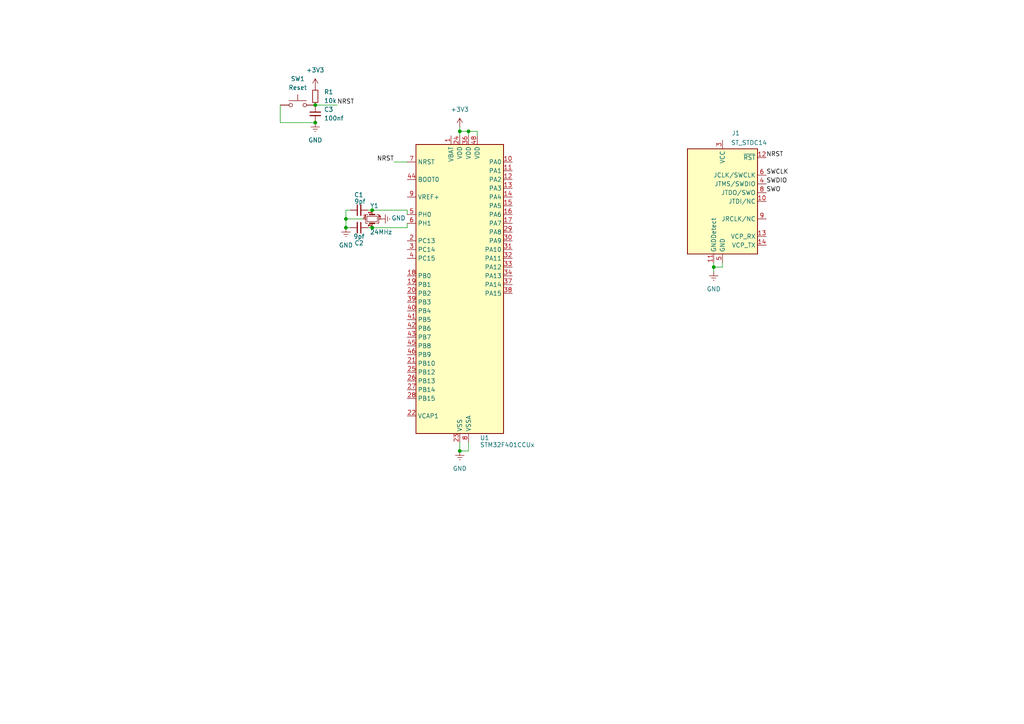
<source format=kicad_sch>
(kicad_sch (version 20231120) (generator "eeschema") (generator_version "8.0")
  (paper "A4")
  (lib_symbols
    (symbol "Connector:Conn_ST_STDC14"
      (property "Reference" "J" (at -8.89 16.51 0))
      (property "Value" "Conn_ST_STDC14" (at 17.78 16.51 0))
      (symbol "Conn_ST_STDC14_0_1"
        (rectangle (start -10.16 15.24) (end 10.16 -15.24) (stroke (width 0.254)) (fill (type background)))
      )
      (symbol "Conn_ST_STDC14_1_1"
        (pin no_connect line (at -10.16 5.08 0) (length 2.54) hide (name "NC") (number "1"))
        (pin output line (at 12.7 0 180) (length 2.54) (name "JTDI/NC") (number "10"))
        (pin passive line (at -2.54 -17.78 90) (length 2.54) (name "GNDDetect") (number "11"))
        (pin open_collector line (at 12.7 12.7 180) (length 2.54) (name "~{RST}") (number "12"))
        (pin output line (at 12.7 -10.16 180) (length 2.54) (name "VCP_RX") (number "13"))
        (pin input line (at 12.7 -12.7 180) (length 2.54) (name "VCP_TX") (number "14"))
        (pin no_connect line (at -10.16 2.54 0) (length 2.54) hide (name "NC") (number "2"))
        (pin power_in line (at 0 17.78 270) (length 2.54) (name "VCC") (number "3"))
        (pin bidirectional line (at 12.7 5.08 180) (length 2.54) (name "JTMS/SWDIO") (number "4"))
        (pin power_in line (at 0 -17.78 90) (length 2.54) (name "GND") (number "5"))
        (pin output line (at 12.7 7.62 180) (length 2.54) (name "JCLK/SWCLK") (number "6"))
        (pin passive line (at 0 -17.78 90) (length 2.54) hide (name "GND") (number "7"))
        (pin input line (at 12.7 2.54 180) (length 2.54) (name "JTDO/SWO") (number "8"))
        (pin input line (at 12.7 -5.08 180) (length 2.54) (name "JRCLK/NC") (number "9"))
      )
    )
    (symbol "Device:C_Small" (pin_numbers hide) (pin_names (offset 0.254) hide)
      (property "Reference" "C" (at 0.254 1.778 0))
      (property "Value" "C_Small" (at 0.254 -2.032 0))
      (symbol "C_Small_0_1"
        (polyline (pts (xy -1.524 -0.508) (xy 1.524 -0.508)) (stroke (width 0.3302)))
        (polyline (pts (xy -1.524 0.508) (xy 1.524 0.508)) (stroke (width 0.3048)))
      )
      (symbol "C_Small_1_1"
        (pin passive line (at 0 2.54 270) (length 2.032) (name "~") (number "1"))
        (pin passive line (at 0 -2.54 90) (length 2.032) (name "~") (number "2"))
      )
    )
    (symbol "Device:Crystal_GND24_Small" (pin_names (offset 1.016) hide)
      (property "Reference" "Y" (at 1.27 4.445 0))
      (property "Value" "Crystal_GND24_Small" (at 1.27 2.54 0))
      (symbol "Crystal_GND24_Small_0_1"
        (rectangle (start -0.762 -1.524) (end 0.762 1.524))
        (polyline (pts (xy -1.27 -0.762) (xy -1.27 0.762)) (stroke (width 0.381)))
        (polyline (pts (xy 1.27 -0.762) (xy 1.27 0.762)) (stroke (width 0.381)))
        (polyline (pts (xy -1.27 -1.27) (xy -1.27 -1.905) (xy 1.27 -1.905) (xy 1.27 -1.27)))
        (polyline (pts (xy -1.27 1.27) (xy -1.27 1.905) (xy 1.27 1.905) (xy 1.27 1.27)))
      )
      (symbol "Crystal_GND24_Small_1_1"
        (pin passive line (at -2.54 0 0) (length 1.27) (name "1") (number "1"))
        (pin passive line (at 0 -2.54 90) (length 0.635) (name "2") (number "2"))
        (pin passive line (at 2.54 0 180) (length 1.27) (name "3") (number "3"))
        (pin passive line (at 0 2.54 270) (length 0.635) (name "4") (number "4"))
      )
    )
    (symbol "Device:R_Small" (pin_numbers hide) (pin_names (offset 0.254) hide)
      (property "Reference" "R" (at 0.762 0.508 0))
      (property "Value" "R_Small" (at 0.762 -1.016 0))
      (symbol "R_Small_0_1"
        (rectangle (start -0.762 1.778) (end 0.762 -1.778) (stroke (width 0.2032)))
      )
      (symbol "R_Small_1_1"
        (pin passive line (at 0 2.54 270) (length 0.762) (name "~") (number "1"))
        (pin passive line (at 0 -2.54 90) (length 0.762) (name "~") (number "2"))
      )
    )
    (symbol "MCU_ST_STM32F4:STM32F401CCUx"
      (property "Reference" "U" (at -12.7 44.45 0))
      (property "Value" "STM32F401CCUx" (at 7.62 44.45 0))
      (symbol "STM32F401CCUx_0_1"
        (rectangle (start -12.7 -40.64) (end 12.7 43.18) (stroke (width 0.254)) (fill (type background)))
      )
      (symbol "STM32F401CCUx_1_1"
        (pin power_in line (at -2.54 45.72 270) (length 2.54) (name "VBAT") (number "1"))
        (pin bidirectional line (at 15.24 38.1 180) (length 2.54) (name "PA0") (number "10"))
        (pin bidirectional line (at 15.24 35.56 180) (length 2.54) (name "PA1") (number "11"))
        (pin bidirectional line (at 15.24 33.02 180) (length 2.54) (name "PA2") (number "12"))
        (pin bidirectional line (at 15.24 30.48 180) (length 2.54) (name "PA3") (number "13"))
        (pin bidirectional line (at 15.24 27.94 180) (length 2.54) (name "PA4") (number "14"))
        (pin bidirectional line (at 15.24 25.4 180) (length 2.54) (name "PA5") (number "15"))
        (pin bidirectional line (at 15.24 22.86 180) (length 2.54) (name "PA6") (number "16"))
        (pin bidirectional line (at 15.24 20.32 180) (length 2.54) (name "PA7") (number "17"))
        (pin bidirectional line (at -15.24 5.08 0) (length 2.54) (name "PB0") (number "18"))
        (pin bidirectional line (at -15.24 2.54 0) (length 2.54) (name "PB1") (number "19"))
        (pin bidirectional line (at -15.24 15.24 0) (length 2.54) (name "PC13") (number "2"))
        (pin bidirectional line (at -15.24 0 0) (length 2.54) (name "PB2") (number "20"))
        (pin bidirectional line (at -15.24 -20.32 0) (length 2.54) (name "PB10") (number "21"))
        (pin power_out line (at -15.24 -35.56 0) (length 2.54) (name "VCAP1") (number "22"))
        (pin power_in line (at 0 -43.18 90) (length 2.54) (name "VSS") (number "23"))
        (pin power_in line (at 0 45.72 270) (length 2.54) (name "VDD") (number "24"))
        (pin bidirectional line (at -15.24 -22.86 0) (length 2.54) (name "PB12") (number "25"))
        (pin bidirectional line (at -15.24 -25.4 0) (length 2.54) (name "PB13") (number "26"))
        (pin bidirectional line (at -15.24 -27.94 0) (length 2.54) (name "PB14") (number "27"))
        (pin bidirectional line (at -15.24 -30.48 0) (length 2.54) (name "PB15") (number "28"))
        (pin bidirectional line (at 15.24 17.78 180) (length 2.54) (name "PA8") (number "29"))
        (pin bidirectional line (at -15.24 12.7 0) (length 2.54) (name "PC14") (number "3"))
        (pin bidirectional line (at 15.24 15.24 180) (length 2.54) (name "PA9") (number "30"))
        (pin bidirectional line (at 15.24 12.7 180) (length 2.54) (name "PA10") (number "31"))
        (pin bidirectional line (at 15.24 10.16 180) (length 2.54) (name "PA11") (number "32"))
        (pin bidirectional line (at 15.24 7.62 180) (length 2.54) (name "PA12") (number "33"))
        (pin bidirectional line (at 15.24 5.08 180) (length 2.54) (name "PA13") (number "34"))
        (pin passive line (at 0 -43.18 90) (length 2.54) hide (name "VSS") (number "35"))
        (pin power_in line (at 2.54 45.72 270) (length 2.54) (name "VDD") (number "36"))
        (pin bidirectional line (at 15.24 2.54 180) (length 2.54) (name "PA14") (number "37"))
        (pin bidirectional line (at 15.24 0 180) (length 2.54) (name "PA15") (number "38"))
        (pin bidirectional line (at -15.24 -2.54 0) (length 2.54) (name "PB3") (number "39"))
        (pin bidirectional line (at -15.24 10.16 0) (length 2.54) (name "PC15") (number "4"))
        (pin bidirectional line (at -15.24 -5.08 0) (length 2.54) (name "PB4") (number "40"))
        (pin bidirectional line (at -15.24 -7.62 0) (length 2.54) (name "PB5") (number "41"))
        (pin bidirectional line (at -15.24 -10.16 0) (length 2.54) (name "PB6") (number "42"))
        (pin bidirectional line (at -15.24 -12.7 0) (length 2.54) (name "PB7") (number "43"))
        (pin input line (at -15.24 33.02 0) (length 2.54) (name "BOOT0") (number "44"))
        (pin bidirectional line (at -15.24 -15.24 0) (length 2.54) (name "PB8") (number "45"))
        (pin bidirectional line (at -15.24 -17.78 0) (length 2.54) (name "PB9") (number "46"))
        (pin passive line (at 0 -43.18 90) (length 2.54) hide (name "VSS") (number "47"))
        (pin power_in line (at 5.08 45.72 270) (length 2.54) (name "VDD") (number "48"))
        (pin passive line (at 0 -43.18 90) (length 2.54) hide (name "VSS") (number "49"))
        (pin bidirectional line (at -15.24 22.86 0) (length 2.54) (name "PH0") (number "5"))
        (pin bidirectional line (at -15.24 20.32 0) (length 2.54) (name "PH1") (number "6"))
        (pin input line (at -15.24 38.1 0) (length 2.54) (name "NRST") (number "7"))
        (pin power_in line (at 2.54 -43.18 90) (length 2.54) (name "VSSA") (number "8"))
        (pin input line (at -15.24 27.94 0) (length 2.54) (name "VREF+") (number "9"))
      )
    )
    (symbol "Switch:SW_Push" (pin_numbers hide) (pin_names (offset 1.016) hide)
      (property "Reference" "SW" (at 1.27 2.54 0))
      (property "Value" "SW_Push" (at 0 -1.524 0))
      (symbol "SW_Push_0_1"
        (circle (center -2.032 0) (radius 0.508))
        (polyline (pts (xy 0 1.27) (xy 0 3.048)))
        (polyline (pts (xy 2.54 1.27) (xy -2.54 1.27)))
        (circle (center 2.032 0) (radius 0.508))
        (pin passive line (at -5.08 0 0) (length 2.54) (name "1") (number "1"))
        (pin passive line (at 5.08 0 180) (length 2.54) (name "2") (number "2"))
      )
    )
    (symbol "power:+3V3" (power) (pin_numbers hide) (pin_names (offset 0) hide)
      (property "Value" "+3V3" (at 0 3.556 0))
      (symbol "+3V3_0_1"
        (polyline (pts (xy -0.762 1.27) (xy 0 2.54)))
        (polyline (pts (xy 0 0) (xy 0 2.54)))
        (polyline (pts (xy 0 2.54) (xy 0.762 1.27)))
      )
      (symbol "+3V3_1_1"
        (pin power_in line (at 0 0 90) (length 0) (name "~") (number "1"))
      )
    )
    (symbol "power:Earth" (power) (pin_numbers hide) (pin_names (offset 0) hide)
      (property "Value" "Earth" (at 0 -3.81 0))
      (symbol "Earth_0_1"
        (polyline (pts (xy -0.635 -1.905) (xy 0.635 -1.905)))
        (polyline (pts (xy -0.127 -2.54) (xy 0.127 -2.54)))
        (polyline (pts (xy 0 -1.27) (xy 0 0)))
        (polyline (pts (xy 1.27 -1.27) (xy -1.27 -1.27)))
      )
      (symbol "Earth_1_1"
        (pin power_in line (at 0 0 270) (length 0) (name "~") (number "1"))
      )
    )
  )
  (junction (at 133.35 38.1))
  (junction (at 135.89 38.1))
  (junction (at 91.44 35.56))
  (junction (at 133.35 130.81))
  (junction (at 107.95 60.96))
  (junction (at 100.33 66.04))
  (junction (at 207.01 77.47))
  (junction (at 100.33 63.5))
  (junction (at 107.95 66.04))
  (junction (at 91.44 30.48))
  (wire (pts (xy 133.35 130.81) (xy 133.35 128.27)))
  (wire (pts (xy 133.35 36.83) (xy 133.35 38.1)))
  (wire (pts (xy 118.11 60.96) (xy 107.95 60.96)))
  (wire (pts (xy 135.89 128.27) (xy 135.89 130.81)))
  (wire (pts (xy 135.89 38.1) (xy 133.35 38.1)))
  (wire (pts (xy 100.33 66.04) (xy 101.6 66.04)))
  (wire (pts (xy 138.43 38.1) (xy 135.89 38.1)))
  (wire (pts (xy 100.33 63.5) (xy 100.33 66.04)))
  (wire (pts (xy 138.43 39.37) (xy 138.43 38.1)))
  (wire (pts (xy 107.95 60.96) (xy 106.68 60.96)))
  (wire (pts (xy 91.44 30.48) (xy 97.79 30.48)))
  (wire (pts (xy 100.33 60.96) (xy 100.33 63.5)))
  (wire (pts (xy 135.89 38.1) (xy 135.89 39.37)))
  (wire (pts (xy 100.33 60.96) (xy 101.6 60.96)))
  (wire (pts (xy 207.01 78.74) (xy 207.01 77.47)))
  (wire (pts (xy 81.28 30.48) (xy 81.28 35.56)))
  (wire (pts (xy 209.55 77.47) (xy 207.01 77.47)))
  (wire (pts (xy 100.33 63.5) (xy 105.41 63.5)))
  (wire (pts (xy 114.3 46.99) (xy 118.11 46.99)))
  (wire (pts (xy 107.95 66.04) (xy 118.11 66.04)))
  (wire (pts (xy 133.35 38.1) (xy 133.35 39.37)))
  (wire (pts (xy 135.89 130.81) (xy 133.35 130.81)))
  (wire (pts (xy 107.95 66.04) (xy 106.68 66.04)))
  (wire (pts (xy 209.55 76.2) (xy 209.55 77.47)))
  (wire (pts (xy 81.28 35.56) (xy 91.44 35.56)))
  (wire (pts (xy 118.11 62.23) (xy 118.11 60.96)))
  (wire (pts (xy 118.11 64.77) (xy 118.11 66.04)))
  (wire (pts (xy 207.01 77.47) (xy 207.01 76.2)))
  (label "SWDIO" (at 222.25 53.34 0))
  (label "SWCLK" (at 222.25 50.8 0))
  (label "NRST" (at 97.79 30.48 0))
  (label "NRST" (at 114.3 46.99 180))
  (label "SWO" (at 222.25 55.88 0))
  (label "NRST" (at 222.25 45.72 0))
  (symbol (lib_id "Device:C_Small") (at 104.14 66.04 270) (unit 1)
    (property "Reference" "C2" (at 104.14 70.485 90))
    (property "Value" "9pf" (at 104.14 68.58 90))
    (property "Footprint" "Capacitor_SMD:C_0201_0603Metric" (effects (hide yes)))
  )
  (symbol (lib_id "MCU_ST_STM32F4:STM32F401CCUx") (at 133.35 85.09 0) (unit 1)
    (property "Reference" "U1" (at 139.192 127 0) (effects (justify left)))
    (property "Value" "STM32F401CCUx" (at 139.192 129.032 0) (effects (justify left)))
    (property "Footprint" "Package_DFN_QFN:QFN-48-1EP_7x7mm_P0.5mm_EP5.6x5.6mm" (effects (hide yes)))
    (property "Datasheet" "https://www.st.com/resource/en/datasheet/stm32f401cc.pdf" (effects (hide yes)))
    (property "Description" "STMicroelectronics Arm Cortex-M4 MCU, 256KB flash, 64KB RAM, 84 MHz, 1.7-3.6V, 36 GPIO, UFQFPN48" (effects (hide yes)))
  )
  (symbol (lib_id "power:Earth") (at 207.01 78.74 0) (unit 1)
    (property "Reference" "#PWR03" (effects (hide yes)))
    (property "Value" "GND" (at 207.01 83.82 0))
    (property "Description" "Power symbol creates a global label with name \"Earth\"" (effects (hide yes)))
  )
  (symbol (lib_id "power:+3V3") (at 91.44 25.4 0) (unit 1)
    (property "Reference" "#PWR05" (effects (hide yes)))
    (property "Value" "+3V3" (at 91.44 20.32 0))
    (property "Description" "Power symbol creates a global label with name \"+3V3\"" (effects (hide yes)))
  )
  (symbol (lib_id "power:+3V3") (at 133.35 36.83 0) (unit 1)
    (property "Reference" "#PWR04" (effects (hide yes)))
    (property "Value" "+3V3" (at 133.35 31.75 0))
    (property "Description" "Power symbol creates a global label with name \"+3V3\"" (effects (hide yes)))
  )
  (symbol (lib_id "Connector:Conn_ST_STDC14") (at 209.55 58.42 0) (unit 1)
    (property "Reference" "J1" (at 214.63 38.608 0) (effects (justify right)))
    (property "Value" "ST_STDC14" (at 222.504 41.402 0) (effects (justify right)))
    (property "Datasheet" "https://www.st.com/content/ccc/resource/technical/document/user_manual/group1/99/49/91/b6/b2/3a/46/e5/DM00526767/files/DM00526767.pdf/jcr:content/translations/en.DM00526767.pdf" (effects (hide yes)))
    (property "Description" "ST Debug Connector, standard ARM Cortex-M SWD and JTAG interface plus UART" (effects (hide yes)))
  )
  (symbol (lib_id "power:Earth") (at 110.49 63.5 90) (unit 1)
    (property "Reference" "#PWR08" (effects (hide yes)))
    (property "Value" "GND" (at 113.538 63.246 90) (effects (justify right)))
    (property "Description" "Power symbol creates a global label with name \"Earth\"" (effects (hide yes)))
  )
  (symbol (lib_id "Device:R_Small") (at 91.44 27.94 0) (unit 1)
    (property "Reference" "R1" (at 93.98 26.6699 0) (effects (justify left)))
    (property "Value" "10k" (at 93.98 29.2099 0) (effects (justify left)))
    (property "Footprint" "Capacitor_SMD:C_0402_1005Metric" (effects (hide yes)))
    (property "Description" "Resistor, small symbol" (effects (hide yes)))
  )
  (symbol (lib_id "Device:C_Small") (at 91.44 33.02 0) (unit 1)
    (property "Reference" "C3" (at 93.98 31.7562 0) (effects (justify left)))
    (property "Value" "100nf" (at 93.98 34.2962 0) (effects (justify left)))
    (property "Footprint" "Capacitor_SMD:C_0402_1005Metric" (effects (hide yes)))
    (property "Description" "Unpolarized capacitor, small symbol" (effects (hide yes)))
  )
  (symbol (lib_id "Device:C_Small") (at 104.14 60.96 90) (unit 1)
    (property "Reference" "C1" (at 105.41 56.515 90) (effects (justify left)))
    (property "Value" "9pf" (at 106.045 58.42 90) (effects (justify left)))
    (property "Footprint" "Capacitor_SMD:C_0201_0603Metric" (effects (hide yes)))
  )
  (symbol (lib_id "power:Earth") (at 100.33 66.04 0) (unit 1)
    (property "Reference" "#PWR06" (effects (hide yes)))
    (property "Value" "GND" (at 100.33 71.12 0))
    (property "Description" "Power symbol creates a global label with name \"Earth\"" (effects (hide yes)))
  )
  (symbol (lib_id "Switch:SW_Push") (at 86.36 30.48 0) (unit 1)
    (property "Reference" "SW1" (at 86.36 22.86 0))
    (property "Value" "Reset" (at 86.36 25.4 0))
    (property "Footprint" "Button_Switch_SMD:SW_Tactile_SPST_NO_Straight_CK_PTS636Sx25SMTRLFS" (effects (hide yes)))
    (property "Description" "Push button switch, generic, two pins" (effects (hide yes)))
  )
  (symbol (lib_id "Device:Crystal_GND24_Small") (at 107.95 63.5 270) (unit 1)
    (property "Reference" "Y1" (at 107.315 59.69 90) (effects (justify left)))
    (property "Value" "24MHz" (at 107.315 67.31 90) (effects (justify left)))
    (property "Footprint" "Crystal:Crystal_SMD_3225-4Pin_3.2x2.5mm" (effects (hide yes)))
  )
  (symbol (lib_id "power:Earth") (at 91.44 35.56 0) (unit 1)
    (property "Reference" "#PWR07" (effects (hide yes)))
    (property "Value" "GND" (at 91.44 40.64 0))
    (property "Description" "Power symbol creates a global label with name \"Earth\"" (effects (hide yes)))
  )
  (symbol (lib_id "power:Earth") (at 133.35 130.81 0) (unit 1)
    (property "Reference" "#PWR01" (effects (hide yes)))
    (property "Value" "GND" (at 133.35 135.89 0))
    (property "Description" "Power symbol creates a global label with name \"Earth\"" (effects (hide yes)))
  )
)
</source>
